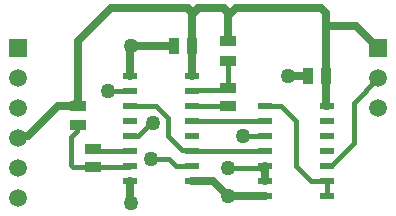
<source format=gtl>
G04*
G04 #@! TF.GenerationSoftware,Altium Limited,Altium Designer,20.2.6 (244)*
G04*
G04 Layer_Physical_Order=1*
G04 Layer_Color=255*
%FSLAX25Y25*%
%MOIN*%
G70*
G04*
G04 #@! TF.SameCoordinates,218AD5E3-DD01-4129-9E62-BF2858C15206*
G04*
G04*
G04 #@! TF.FilePolarity,Positive*
G04*
G01*
G75*
%ADD14R,0.03740X0.05315*%
%ADD15R,0.05315X0.03740*%
%ADD21R,0.05315X0.03347*%
G04:AMPARAMS|DCode=22|XSize=21.65mil|YSize=49.21mil|CornerRadius=1.95mil|HoleSize=0mil|Usage=FLASHONLY|Rotation=90.000|XOffset=0mil|YOffset=0mil|HoleType=Round|Shape=RoundedRectangle|*
%AMROUNDEDRECTD22*
21,1,0.02165,0.04532,0,0,90.0*
21,1,0.01776,0.04921,0,0,90.0*
1,1,0.00390,0.02266,0.00888*
1,1,0.00390,0.02266,-0.00888*
1,1,0.00390,-0.02266,-0.00888*
1,1,0.00390,-0.02266,0.00888*
%
%ADD22ROUNDEDRECTD22*%
%ADD23C,0.01500*%
%ADD24C,0.02500*%
%ADD25R,0.05906X0.05906*%
%ADD26C,0.05906*%
%ADD27C,0.05000*%
D14*
X287953Y340748D02*
D03*
X282047D02*
D03*
X332500Y330748D02*
D03*
X326594D02*
D03*
D15*
X300000Y326654D02*
D03*
Y320748D02*
D03*
X255000Y300295D02*
D03*
Y306201D02*
D03*
D21*
X300000Y342244D02*
D03*
Y335748D02*
D03*
X250000Y320748D02*
D03*
Y314252D02*
D03*
D22*
X287835Y295748D02*
D03*
Y300748D02*
D03*
Y305748D02*
D03*
Y310748D02*
D03*
Y315748D02*
D03*
Y320748D02*
D03*
Y325748D02*
D03*
Y330748D02*
D03*
X267165Y295748D02*
D03*
Y300748D02*
D03*
Y305748D02*
D03*
Y310748D02*
D03*
Y315748D02*
D03*
Y320748D02*
D03*
Y325748D02*
D03*
Y330748D02*
D03*
X332835Y290748D02*
D03*
Y295748D02*
D03*
Y300748D02*
D03*
Y305748D02*
D03*
Y310748D02*
D03*
Y315748D02*
D03*
Y320748D02*
D03*
X312165Y290748D02*
D03*
Y295748D02*
D03*
Y300748D02*
D03*
Y305748D02*
D03*
Y310748D02*
D03*
Y315748D02*
D03*
Y320748D02*
D03*
D23*
X310413Y300000D02*
X312165Y298248D01*
X254547Y300748D02*
X255000Y300295D01*
X254095D02*
X254547Y300748D01*
X249626Y313878D02*
X250000Y314252D01*
X266833Y300415D02*
X267165Y300748D01*
Y310748D02*
X270000D01*
X274252Y315000D02*
X275000D01*
X299427Y326081D02*
X300000Y326654D01*
X332835Y300748D02*
X334213D01*
X249626Y312500D02*
Y313878D01*
X300000Y326654D02*
Y335748D01*
X322500Y300748D02*
Y315748D01*
X341851Y308387D02*
Y321851D01*
X332835Y290748D02*
Y295748D01*
X248379Y300295D02*
X254095D01*
X247500Y301174D02*
X248379Y300295D01*
X282500Y300748D02*
X287835D01*
X274345Y303154D02*
X280094D01*
X282500Y300748D01*
X284667Y306081D02*
X287502D01*
X287835Y305748D01*
X280000Y310748D02*
X284667Y306081D01*
X287835Y325748D02*
X288167Y326081D01*
X300000Y300000D02*
X310413D01*
X305000Y310748D02*
X312165D01*
X247500Y310374D02*
X249626Y312500D01*
X247500Y301174D02*
Y310374D01*
X276010Y320748D02*
X280000Y316758D01*
X267165Y320748D02*
X276010D01*
X280000Y310748D02*
Y316758D01*
X270000Y310748D02*
X274252Y315000D01*
X317500Y320748D02*
X322500Y315748D01*
X312165Y320748D02*
X317500D01*
X327500Y295748D02*
X332835D01*
X334213Y300748D02*
X341851Y308387D01*
Y321851D02*
X350000Y330000D01*
X255573Y300415D02*
X266833D01*
X255000Y305748D02*
X267165D01*
X260000Y325748D02*
X267165D01*
X287835Y305748D02*
X312165D01*
X287835Y315748D02*
X312165D01*
X288167Y326081D02*
X299427D01*
X287835Y320748D02*
X300000D01*
X322500Y300748D02*
X327500Y295748D01*
D24*
X230000Y310000D02*
X230652Y310652D01*
X233152D01*
X243248Y320748D01*
X287894Y340748D02*
Y351784D01*
Y330807D02*
Y340748D01*
X248632Y321132D02*
X250000Y322500D01*
X267165Y330748D02*
X267333Y330915D01*
X267165Y330748D02*
X267165D01*
X267333Y340581D02*
X267500Y340748D01*
X267333Y288415D02*
X267500Y288248D01*
X267165Y295748D02*
X267333Y295581D01*
X267165Y295748D02*
X267165D01*
X267333Y330915D02*
Y340581D01*
X301035Y351784D02*
X302500Y353248D01*
X300000Y351784D02*
X301035D01*
X298535Y353248D02*
X300000Y351784D01*
Y342244D02*
Y351784D01*
X332500Y320915D02*
X332667Y320748D01*
X332835D01*
X331035Y353248D02*
X332500Y351784D01*
Y347500D02*
Y351784D01*
Y330748D02*
Y347500D01*
X250000Y322500D02*
Y342500D01*
X267333Y288415D02*
Y295581D01*
X332500Y320915D02*
Y330748D01*
X287835D02*
X287894Y330807D01*
X267500Y340748D02*
X282047D01*
X300000Y290748D02*
X312165D01*
Y298248D02*
Y300748D01*
X332500Y347500D02*
X342500D01*
X248592Y320748D02*
X248632Y320787D01*
Y321132D01*
X243248Y320748D02*
X248592D01*
X286429Y353248D02*
X287894Y351784D01*
X288535D02*
X290000Y353248D01*
X287894Y351784D02*
X288535D01*
X312165Y295748D02*
Y298248D01*
X342500Y347500D02*
X350000Y340000D01*
X295000Y295748D02*
X300000Y290748D01*
X320000Y330748D02*
X326594D01*
X250000Y342500D02*
X260748Y353248D01*
X287835Y295748D02*
X295000D01*
X290000Y353248D02*
X298535D01*
X302500D02*
X331035D01*
X260748D02*
X286429D01*
D25*
X230000Y340000D02*
D03*
X350000D02*
D03*
D26*
X230000Y330000D02*
D03*
Y320000D02*
D03*
Y310000D02*
D03*
Y300000D02*
D03*
Y290000D02*
D03*
X350000Y330000D02*
D03*
Y320000D02*
D03*
D27*
X267500Y340748D02*
D03*
X275000Y315000D02*
D03*
X300000Y300000D02*
D03*
X267500Y288248D02*
D03*
X260000Y325748D02*
D03*
X300000Y290748D02*
D03*
X274345Y303154D02*
D03*
X305000Y310748D02*
D03*
X320000Y330748D02*
D03*
M02*

</source>
